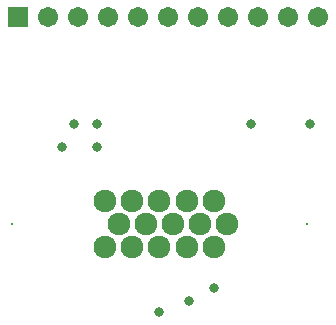
<source format=gbr>
G04*
G04 #@! TF.GenerationSoftware,Altium Limited,Altium Designer,22.4.2 (48)*
G04*
G04 Layer_Color=16711935*
%FSLAX25Y25*%
%MOIN*%
G70*
G04*
G04 #@! TF.SameCoordinates,550AB15D-F781-4C29-8757-C47261610ABA*
G04*
G04*
G04 #@! TF.FilePolarity,Negative*
G04*
G01*
G75*
%ADD15C,0.06737*%
%ADD16R,0.06737X0.06737*%
%ADD17C,0.07587*%
%ADD18C,0.00800*%
%ADD19C,0.03162*%
D15*
X68740Y108268D02*
D03*
X58740D02*
D03*
X48740D02*
D03*
X38740D02*
D03*
X78740D02*
D03*
X128740D02*
D03*
X118740D02*
D03*
X108740D02*
D03*
X98740D02*
D03*
X88740D02*
D03*
D16*
X28740D02*
D03*
D17*
X93925Y47165D02*
D03*
X84870D02*
D03*
X75815D02*
D03*
X66760D02*
D03*
X57705D02*
D03*
Y31575D02*
D03*
X75815D02*
D03*
X66760D02*
D03*
X84870D02*
D03*
X93925D02*
D03*
X62205Y39370D02*
D03*
X80315D02*
D03*
X71260D02*
D03*
X89370D02*
D03*
X98425D02*
D03*
D18*
X125028D02*
D03*
X26602D02*
D03*
D19*
X43307Y64961D02*
D03*
X55118D02*
D03*
X106299Y72835D02*
D03*
X125984D02*
D03*
X75847Y9867D02*
D03*
X47244Y72835D02*
D03*
X55118D02*
D03*
X85660Y13738D02*
D03*
X93941Y18110D02*
D03*
M02*

</source>
